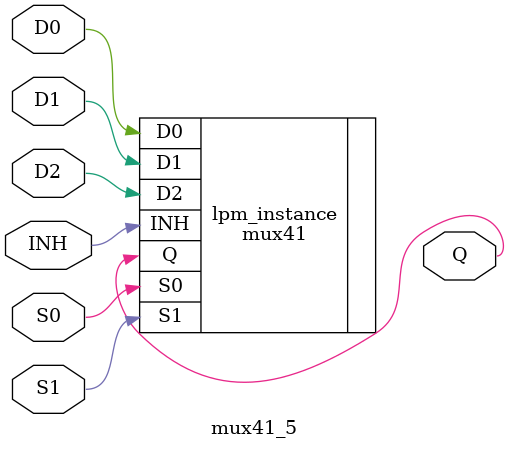
<source format=v>



module mux41_5(S0,D2,S1,D0,INH,D1,Q);
input S0;
input D2;
input S1;
input D0;
input INH;
input D1;
output Q;

mux41	lpm_instance(.S0(S0),.D2(D2),.S1(S1),.D0(D0),.INH(INH),.D1(D1),.Q(Q));

endmodule

</source>
